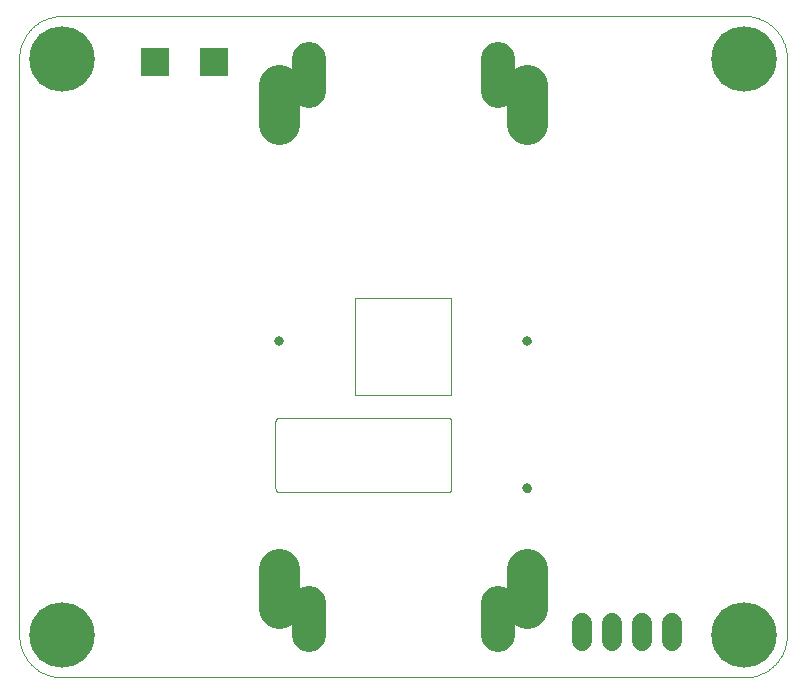
<source format=gbs>
G75*
%MOIN*%
%OFA0B0*%
%FSLAX25Y25*%
%IPPOS*%
%LPD*%
%AMOC8*
5,1,8,0,0,1.08239X$1,22.5*
%
%ADD10C,0.00000*%
%ADD11C,0.03162*%
%ADD12C,0.13792*%
%ADD13C,0.11430*%
%ADD14C,0.21800*%
%ADD15C,0.06800*%
%ADD16R,0.09400X0.09400*%
D10*
X0016773Y0003000D02*
X0244332Y0003000D01*
X0244674Y0003004D01*
X0245017Y0003017D01*
X0245359Y0003037D01*
X0245700Y0003066D01*
X0246040Y0003103D01*
X0246380Y0003149D01*
X0246718Y0003202D01*
X0247055Y0003264D01*
X0247390Y0003334D01*
X0247724Y0003412D01*
X0248055Y0003498D01*
X0248385Y0003592D01*
X0248712Y0003694D01*
X0249036Y0003803D01*
X0249358Y0003921D01*
X0249677Y0004046D01*
X0249992Y0004179D01*
X0250305Y0004320D01*
X0250613Y0004468D01*
X0250919Y0004623D01*
X0251220Y0004786D01*
X0251517Y0004956D01*
X0251810Y0005133D01*
X0252099Y0005318D01*
X0252383Y0005509D01*
X0252663Y0005707D01*
X0252937Y0005911D01*
X0253207Y0006123D01*
X0253471Y0006340D01*
X0253730Y0006564D01*
X0253984Y0006795D01*
X0254232Y0007031D01*
X0254474Y0007273D01*
X0254710Y0007521D01*
X0254941Y0007775D01*
X0255165Y0008034D01*
X0255382Y0008298D01*
X0255594Y0008568D01*
X0255798Y0008842D01*
X0255996Y0009122D01*
X0256187Y0009406D01*
X0256372Y0009695D01*
X0256549Y0009988D01*
X0256719Y0010285D01*
X0256882Y0010586D01*
X0257037Y0010892D01*
X0257185Y0011200D01*
X0257326Y0011513D01*
X0257459Y0011828D01*
X0257584Y0012147D01*
X0257702Y0012469D01*
X0257811Y0012793D01*
X0257913Y0013120D01*
X0258007Y0013450D01*
X0258093Y0013781D01*
X0258171Y0014115D01*
X0258241Y0014450D01*
X0258303Y0014787D01*
X0258356Y0015125D01*
X0258402Y0015465D01*
X0258439Y0015805D01*
X0258468Y0016146D01*
X0258488Y0016488D01*
X0258501Y0016831D01*
X0258505Y0017173D01*
X0258506Y0017173D02*
X0258506Y0209299D01*
X0258505Y0209299D02*
X0258501Y0209641D01*
X0258488Y0209984D01*
X0258468Y0210326D01*
X0258439Y0210667D01*
X0258402Y0211007D01*
X0258356Y0211347D01*
X0258303Y0211685D01*
X0258241Y0212022D01*
X0258171Y0212357D01*
X0258093Y0212691D01*
X0258007Y0213022D01*
X0257913Y0213352D01*
X0257811Y0213679D01*
X0257702Y0214003D01*
X0257584Y0214325D01*
X0257459Y0214644D01*
X0257326Y0214959D01*
X0257185Y0215272D01*
X0257037Y0215580D01*
X0256882Y0215886D01*
X0256719Y0216187D01*
X0256549Y0216484D01*
X0256372Y0216777D01*
X0256187Y0217066D01*
X0255996Y0217350D01*
X0255798Y0217630D01*
X0255594Y0217904D01*
X0255382Y0218174D01*
X0255165Y0218438D01*
X0254941Y0218697D01*
X0254710Y0218951D01*
X0254474Y0219199D01*
X0254232Y0219441D01*
X0253984Y0219677D01*
X0253730Y0219908D01*
X0253471Y0220132D01*
X0253207Y0220349D01*
X0252937Y0220561D01*
X0252663Y0220765D01*
X0252383Y0220963D01*
X0252099Y0221154D01*
X0251810Y0221339D01*
X0251517Y0221516D01*
X0251220Y0221686D01*
X0250919Y0221849D01*
X0250613Y0222004D01*
X0250305Y0222152D01*
X0249992Y0222293D01*
X0249677Y0222426D01*
X0249358Y0222551D01*
X0249036Y0222669D01*
X0248712Y0222778D01*
X0248385Y0222880D01*
X0248055Y0222974D01*
X0247724Y0223060D01*
X0247390Y0223138D01*
X0247055Y0223208D01*
X0246718Y0223270D01*
X0246380Y0223323D01*
X0246040Y0223369D01*
X0245700Y0223406D01*
X0245359Y0223435D01*
X0245017Y0223455D01*
X0244674Y0223468D01*
X0244332Y0223472D01*
X0016773Y0223472D01*
X0016431Y0223468D01*
X0016088Y0223455D01*
X0015746Y0223435D01*
X0015405Y0223406D01*
X0015065Y0223369D01*
X0014725Y0223323D01*
X0014387Y0223270D01*
X0014050Y0223208D01*
X0013715Y0223138D01*
X0013381Y0223060D01*
X0013050Y0222974D01*
X0012720Y0222880D01*
X0012393Y0222778D01*
X0012069Y0222669D01*
X0011747Y0222551D01*
X0011428Y0222426D01*
X0011113Y0222293D01*
X0010800Y0222152D01*
X0010492Y0222004D01*
X0010186Y0221849D01*
X0009885Y0221686D01*
X0009588Y0221516D01*
X0009295Y0221339D01*
X0009006Y0221154D01*
X0008722Y0220963D01*
X0008442Y0220765D01*
X0008168Y0220561D01*
X0007898Y0220349D01*
X0007634Y0220132D01*
X0007375Y0219908D01*
X0007121Y0219677D01*
X0006873Y0219441D01*
X0006631Y0219199D01*
X0006395Y0218951D01*
X0006164Y0218697D01*
X0005940Y0218438D01*
X0005723Y0218174D01*
X0005511Y0217904D01*
X0005307Y0217630D01*
X0005109Y0217350D01*
X0004918Y0217066D01*
X0004733Y0216777D01*
X0004556Y0216484D01*
X0004386Y0216187D01*
X0004223Y0215886D01*
X0004068Y0215580D01*
X0003920Y0215272D01*
X0003779Y0214959D01*
X0003646Y0214644D01*
X0003521Y0214325D01*
X0003403Y0214003D01*
X0003294Y0213679D01*
X0003192Y0213352D01*
X0003098Y0213022D01*
X0003012Y0212691D01*
X0002934Y0212357D01*
X0002864Y0212022D01*
X0002802Y0211685D01*
X0002749Y0211347D01*
X0002703Y0211007D01*
X0002666Y0210667D01*
X0002637Y0210326D01*
X0002617Y0209984D01*
X0002604Y0209641D01*
X0002600Y0209299D01*
X0002600Y0017173D01*
X0002604Y0016831D01*
X0002617Y0016488D01*
X0002637Y0016146D01*
X0002666Y0015805D01*
X0002703Y0015465D01*
X0002749Y0015125D01*
X0002802Y0014787D01*
X0002864Y0014450D01*
X0002934Y0014115D01*
X0003012Y0013781D01*
X0003098Y0013450D01*
X0003192Y0013120D01*
X0003294Y0012793D01*
X0003403Y0012469D01*
X0003521Y0012147D01*
X0003646Y0011828D01*
X0003779Y0011513D01*
X0003920Y0011200D01*
X0004068Y0010892D01*
X0004223Y0010586D01*
X0004386Y0010285D01*
X0004556Y0009988D01*
X0004733Y0009695D01*
X0004918Y0009406D01*
X0005109Y0009122D01*
X0005307Y0008842D01*
X0005511Y0008568D01*
X0005723Y0008298D01*
X0005940Y0008034D01*
X0006164Y0007775D01*
X0006395Y0007521D01*
X0006631Y0007273D01*
X0006873Y0007031D01*
X0007121Y0006795D01*
X0007375Y0006564D01*
X0007634Y0006340D01*
X0007898Y0006123D01*
X0008168Y0005911D01*
X0008442Y0005707D01*
X0008722Y0005509D01*
X0009006Y0005318D01*
X0009295Y0005133D01*
X0009588Y0004956D01*
X0009885Y0004786D01*
X0010186Y0004623D01*
X0010492Y0004468D01*
X0010800Y0004320D01*
X0011113Y0004179D01*
X0011428Y0004046D01*
X0011747Y0003921D01*
X0012069Y0003803D01*
X0012393Y0003694D01*
X0012720Y0003592D01*
X0013050Y0003498D01*
X0013381Y0003412D01*
X0013715Y0003334D01*
X0014050Y0003264D01*
X0014387Y0003202D01*
X0014725Y0003149D01*
X0015065Y0003103D01*
X0015405Y0003066D01*
X0015746Y0003037D01*
X0016088Y0003017D01*
X0016431Y0003004D01*
X0016773Y0003000D01*
X0088033Y0066031D02*
X0088033Y0088433D01*
X0088035Y0088499D01*
X0088040Y0088565D01*
X0088050Y0088631D01*
X0088063Y0088696D01*
X0088079Y0088760D01*
X0088099Y0088823D01*
X0088123Y0088885D01*
X0088150Y0088945D01*
X0088180Y0089004D01*
X0088214Y0089061D01*
X0088251Y0089116D01*
X0088291Y0089169D01*
X0088333Y0089220D01*
X0088379Y0089268D01*
X0088427Y0089314D01*
X0088478Y0089356D01*
X0088531Y0089396D01*
X0088586Y0089433D01*
X0088643Y0089467D01*
X0088702Y0089497D01*
X0088762Y0089524D01*
X0088824Y0089548D01*
X0088887Y0089568D01*
X0088951Y0089584D01*
X0089016Y0089597D01*
X0089082Y0089607D01*
X0089148Y0089612D01*
X0089214Y0089614D01*
X0145513Y0089614D01*
X0145579Y0089612D01*
X0145645Y0089607D01*
X0145711Y0089597D01*
X0145776Y0089584D01*
X0145840Y0089568D01*
X0145903Y0089548D01*
X0145965Y0089524D01*
X0146025Y0089497D01*
X0146084Y0089467D01*
X0146141Y0089433D01*
X0146196Y0089396D01*
X0146249Y0089356D01*
X0146300Y0089314D01*
X0146348Y0089268D01*
X0146394Y0089220D01*
X0146436Y0089169D01*
X0146476Y0089116D01*
X0146513Y0089061D01*
X0146547Y0089004D01*
X0146577Y0088945D01*
X0146604Y0088885D01*
X0146628Y0088823D01*
X0146648Y0088760D01*
X0146664Y0088696D01*
X0146677Y0088631D01*
X0146687Y0088565D01*
X0146692Y0088499D01*
X0146694Y0088433D01*
X0146694Y0065992D01*
X0146692Y0065926D01*
X0146687Y0065860D01*
X0146677Y0065794D01*
X0146664Y0065729D01*
X0146648Y0065665D01*
X0146628Y0065602D01*
X0146604Y0065540D01*
X0146577Y0065480D01*
X0146547Y0065421D01*
X0146513Y0065364D01*
X0146476Y0065309D01*
X0146436Y0065256D01*
X0146394Y0065205D01*
X0146348Y0065157D01*
X0146300Y0065111D01*
X0146249Y0065069D01*
X0146196Y0065029D01*
X0146141Y0064992D01*
X0146084Y0064958D01*
X0146025Y0064928D01*
X0145965Y0064901D01*
X0145903Y0064877D01*
X0145840Y0064857D01*
X0145776Y0064841D01*
X0145711Y0064828D01*
X0145645Y0064818D01*
X0145579Y0064813D01*
X0145513Y0064811D01*
X0089214Y0064811D01*
X0089148Y0064813D01*
X0089082Y0064818D01*
X0089016Y0064828D01*
X0088951Y0064841D01*
X0088887Y0064857D01*
X0088824Y0064877D01*
X0088762Y0064901D01*
X0088702Y0064928D01*
X0088643Y0064958D01*
X0088586Y0064992D01*
X0088531Y0065029D01*
X0088478Y0065069D01*
X0088427Y0065111D01*
X0088379Y0065157D01*
X0088333Y0065205D01*
X0088291Y0065256D01*
X0088251Y0065309D01*
X0088214Y0065364D01*
X0088180Y0065421D01*
X0088150Y0065480D01*
X0088123Y0065540D01*
X0088099Y0065602D01*
X0088079Y0065665D01*
X0088063Y0065729D01*
X0088050Y0065794D01*
X0088040Y0065860D01*
X0088035Y0065926D01*
X0088033Y0065992D01*
X0114411Y0097094D02*
X0146694Y0097094D01*
X0146694Y0129378D01*
X0114411Y0129378D01*
X0114411Y0097094D01*
X0088033Y0115205D02*
X0088035Y0115274D01*
X0088041Y0115342D01*
X0088051Y0115410D01*
X0088065Y0115477D01*
X0088083Y0115544D01*
X0088104Y0115609D01*
X0088130Y0115673D01*
X0088159Y0115735D01*
X0088191Y0115795D01*
X0088227Y0115854D01*
X0088267Y0115910D01*
X0088309Y0115964D01*
X0088355Y0116015D01*
X0088404Y0116064D01*
X0088455Y0116110D01*
X0088509Y0116152D01*
X0088565Y0116192D01*
X0088623Y0116228D01*
X0088684Y0116260D01*
X0088746Y0116289D01*
X0088810Y0116315D01*
X0088875Y0116336D01*
X0088942Y0116354D01*
X0089009Y0116368D01*
X0089077Y0116378D01*
X0089145Y0116384D01*
X0089214Y0116386D01*
X0089283Y0116384D01*
X0089351Y0116378D01*
X0089419Y0116368D01*
X0089486Y0116354D01*
X0089553Y0116336D01*
X0089618Y0116315D01*
X0089682Y0116289D01*
X0089744Y0116260D01*
X0089804Y0116228D01*
X0089863Y0116192D01*
X0089919Y0116152D01*
X0089973Y0116110D01*
X0090024Y0116064D01*
X0090073Y0116015D01*
X0090119Y0115964D01*
X0090161Y0115910D01*
X0090201Y0115854D01*
X0090237Y0115795D01*
X0090269Y0115735D01*
X0090298Y0115673D01*
X0090324Y0115609D01*
X0090345Y0115544D01*
X0090363Y0115477D01*
X0090377Y0115410D01*
X0090387Y0115342D01*
X0090393Y0115274D01*
X0090395Y0115205D01*
X0090393Y0115136D01*
X0090387Y0115068D01*
X0090377Y0115000D01*
X0090363Y0114933D01*
X0090345Y0114866D01*
X0090324Y0114801D01*
X0090298Y0114737D01*
X0090269Y0114675D01*
X0090237Y0114614D01*
X0090201Y0114556D01*
X0090161Y0114500D01*
X0090119Y0114446D01*
X0090073Y0114395D01*
X0090024Y0114346D01*
X0089973Y0114300D01*
X0089919Y0114258D01*
X0089863Y0114218D01*
X0089805Y0114182D01*
X0089744Y0114150D01*
X0089682Y0114121D01*
X0089618Y0114095D01*
X0089553Y0114074D01*
X0089486Y0114056D01*
X0089419Y0114042D01*
X0089351Y0114032D01*
X0089283Y0114026D01*
X0089214Y0114024D01*
X0089145Y0114026D01*
X0089077Y0114032D01*
X0089009Y0114042D01*
X0088942Y0114056D01*
X0088875Y0114074D01*
X0088810Y0114095D01*
X0088746Y0114121D01*
X0088684Y0114150D01*
X0088623Y0114182D01*
X0088565Y0114218D01*
X0088509Y0114258D01*
X0088455Y0114300D01*
X0088404Y0114346D01*
X0088355Y0114395D01*
X0088309Y0114446D01*
X0088267Y0114500D01*
X0088227Y0114556D01*
X0088191Y0114614D01*
X0088159Y0114675D01*
X0088130Y0114737D01*
X0088104Y0114801D01*
X0088083Y0114866D01*
X0088065Y0114933D01*
X0088051Y0115000D01*
X0088041Y0115068D01*
X0088035Y0115136D01*
X0088033Y0115205D01*
X0170710Y0115205D02*
X0170712Y0115274D01*
X0170718Y0115342D01*
X0170728Y0115410D01*
X0170742Y0115477D01*
X0170760Y0115544D01*
X0170781Y0115609D01*
X0170807Y0115673D01*
X0170836Y0115735D01*
X0170868Y0115795D01*
X0170904Y0115854D01*
X0170944Y0115910D01*
X0170986Y0115964D01*
X0171032Y0116015D01*
X0171081Y0116064D01*
X0171132Y0116110D01*
X0171186Y0116152D01*
X0171242Y0116192D01*
X0171300Y0116228D01*
X0171361Y0116260D01*
X0171423Y0116289D01*
X0171487Y0116315D01*
X0171552Y0116336D01*
X0171619Y0116354D01*
X0171686Y0116368D01*
X0171754Y0116378D01*
X0171822Y0116384D01*
X0171891Y0116386D01*
X0171960Y0116384D01*
X0172028Y0116378D01*
X0172096Y0116368D01*
X0172163Y0116354D01*
X0172230Y0116336D01*
X0172295Y0116315D01*
X0172359Y0116289D01*
X0172421Y0116260D01*
X0172481Y0116228D01*
X0172540Y0116192D01*
X0172596Y0116152D01*
X0172650Y0116110D01*
X0172701Y0116064D01*
X0172750Y0116015D01*
X0172796Y0115964D01*
X0172838Y0115910D01*
X0172878Y0115854D01*
X0172914Y0115795D01*
X0172946Y0115735D01*
X0172975Y0115673D01*
X0173001Y0115609D01*
X0173022Y0115544D01*
X0173040Y0115477D01*
X0173054Y0115410D01*
X0173064Y0115342D01*
X0173070Y0115274D01*
X0173072Y0115205D01*
X0173070Y0115136D01*
X0173064Y0115068D01*
X0173054Y0115000D01*
X0173040Y0114933D01*
X0173022Y0114866D01*
X0173001Y0114801D01*
X0172975Y0114737D01*
X0172946Y0114675D01*
X0172914Y0114614D01*
X0172878Y0114556D01*
X0172838Y0114500D01*
X0172796Y0114446D01*
X0172750Y0114395D01*
X0172701Y0114346D01*
X0172650Y0114300D01*
X0172596Y0114258D01*
X0172540Y0114218D01*
X0172482Y0114182D01*
X0172421Y0114150D01*
X0172359Y0114121D01*
X0172295Y0114095D01*
X0172230Y0114074D01*
X0172163Y0114056D01*
X0172096Y0114042D01*
X0172028Y0114032D01*
X0171960Y0114026D01*
X0171891Y0114024D01*
X0171822Y0114026D01*
X0171754Y0114032D01*
X0171686Y0114042D01*
X0171619Y0114056D01*
X0171552Y0114074D01*
X0171487Y0114095D01*
X0171423Y0114121D01*
X0171361Y0114150D01*
X0171300Y0114182D01*
X0171242Y0114218D01*
X0171186Y0114258D01*
X0171132Y0114300D01*
X0171081Y0114346D01*
X0171032Y0114395D01*
X0170986Y0114446D01*
X0170944Y0114500D01*
X0170904Y0114556D01*
X0170868Y0114614D01*
X0170836Y0114675D01*
X0170807Y0114737D01*
X0170781Y0114801D01*
X0170760Y0114866D01*
X0170742Y0114933D01*
X0170728Y0115000D01*
X0170718Y0115068D01*
X0170712Y0115136D01*
X0170710Y0115205D01*
X0170710Y0065992D02*
X0170712Y0066061D01*
X0170718Y0066129D01*
X0170728Y0066197D01*
X0170742Y0066264D01*
X0170760Y0066331D01*
X0170781Y0066396D01*
X0170807Y0066460D01*
X0170836Y0066522D01*
X0170868Y0066582D01*
X0170904Y0066641D01*
X0170944Y0066697D01*
X0170986Y0066751D01*
X0171032Y0066802D01*
X0171081Y0066851D01*
X0171132Y0066897D01*
X0171186Y0066939D01*
X0171242Y0066979D01*
X0171300Y0067015D01*
X0171361Y0067047D01*
X0171423Y0067076D01*
X0171487Y0067102D01*
X0171552Y0067123D01*
X0171619Y0067141D01*
X0171686Y0067155D01*
X0171754Y0067165D01*
X0171822Y0067171D01*
X0171891Y0067173D01*
X0171960Y0067171D01*
X0172028Y0067165D01*
X0172096Y0067155D01*
X0172163Y0067141D01*
X0172230Y0067123D01*
X0172295Y0067102D01*
X0172359Y0067076D01*
X0172421Y0067047D01*
X0172481Y0067015D01*
X0172540Y0066979D01*
X0172596Y0066939D01*
X0172650Y0066897D01*
X0172701Y0066851D01*
X0172750Y0066802D01*
X0172796Y0066751D01*
X0172838Y0066697D01*
X0172878Y0066641D01*
X0172914Y0066582D01*
X0172946Y0066522D01*
X0172975Y0066460D01*
X0173001Y0066396D01*
X0173022Y0066331D01*
X0173040Y0066264D01*
X0173054Y0066197D01*
X0173064Y0066129D01*
X0173070Y0066061D01*
X0173072Y0065992D01*
X0173070Y0065923D01*
X0173064Y0065855D01*
X0173054Y0065787D01*
X0173040Y0065720D01*
X0173022Y0065653D01*
X0173001Y0065588D01*
X0172975Y0065524D01*
X0172946Y0065462D01*
X0172914Y0065401D01*
X0172878Y0065343D01*
X0172838Y0065287D01*
X0172796Y0065233D01*
X0172750Y0065182D01*
X0172701Y0065133D01*
X0172650Y0065087D01*
X0172596Y0065045D01*
X0172540Y0065005D01*
X0172482Y0064969D01*
X0172421Y0064937D01*
X0172359Y0064908D01*
X0172295Y0064882D01*
X0172230Y0064861D01*
X0172163Y0064843D01*
X0172096Y0064829D01*
X0172028Y0064819D01*
X0171960Y0064813D01*
X0171891Y0064811D01*
X0171822Y0064813D01*
X0171754Y0064819D01*
X0171686Y0064829D01*
X0171619Y0064843D01*
X0171552Y0064861D01*
X0171487Y0064882D01*
X0171423Y0064908D01*
X0171361Y0064937D01*
X0171300Y0064969D01*
X0171242Y0065005D01*
X0171186Y0065045D01*
X0171132Y0065087D01*
X0171081Y0065133D01*
X0171032Y0065182D01*
X0170986Y0065233D01*
X0170944Y0065287D01*
X0170904Y0065343D01*
X0170868Y0065401D01*
X0170836Y0065462D01*
X0170807Y0065524D01*
X0170781Y0065588D01*
X0170760Y0065653D01*
X0170742Y0065720D01*
X0170728Y0065787D01*
X0170718Y0065855D01*
X0170712Y0065923D01*
X0170710Y0065992D01*
D11*
X0171891Y0065992D03*
X0171891Y0115205D03*
X0089214Y0115205D03*
D12*
X0089214Y0187370D02*
X0089214Y0200362D01*
X0171891Y0200362D02*
X0171891Y0187370D01*
X0171891Y0039102D02*
X0171891Y0026110D01*
X0089214Y0026110D02*
X0089214Y0039102D01*
D13*
X0099057Y0027921D02*
X0099057Y0017291D01*
X0162049Y0017291D02*
X0162049Y0027921D01*
X0162049Y0198551D02*
X0162049Y0209181D01*
X0099057Y0209181D02*
X0099057Y0198551D01*
D14*
X0016773Y0209299D03*
X0016773Y0017173D03*
X0244332Y0017173D03*
X0244332Y0209299D03*
D15*
X0220100Y0021000D02*
X0220100Y0015000D01*
X0210100Y0015000D02*
X0210100Y0021000D01*
X0200100Y0021000D02*
X0200100Y0015000D01*
X0190100Y0015000D02*
X0190100Y0021000D01*
D16*
X0067600Y0208000D03*
X0047915Y0208000D03*
M02*

</source>
